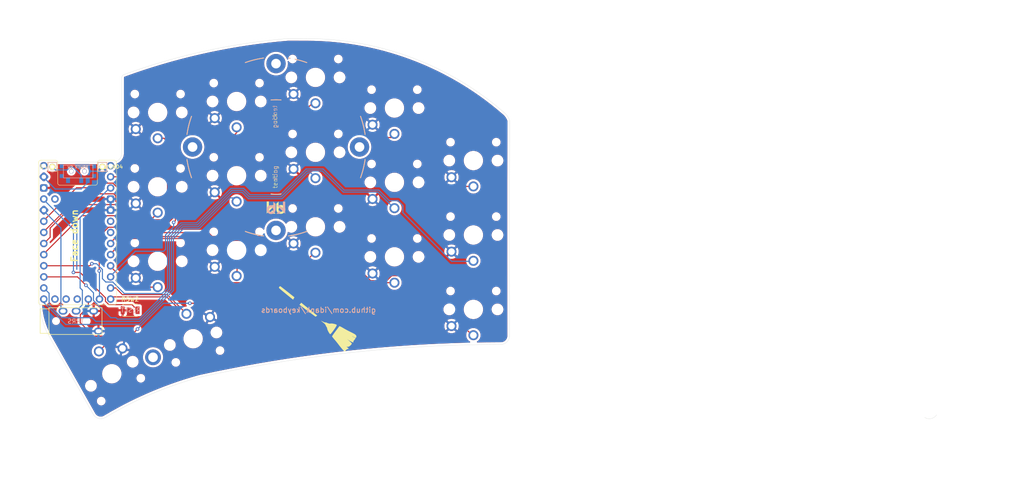
<source format=kicad_pcb>
(kicad_pcb (version 20211014) (generator pcbnew)
  (layers (0 "F.Cu" signal) (31 "B.Cu" signal) (34 "B.Paste" user) (35 "F.Paste" user) (36 "B.SilkS" user "B.Silkscreen") (37 "F.SilkS" user "F.Silkscreen") (38 "B.Mask" user) (39 "F.Mask" user) (44 "Edge.Cuts" user))
  (net 0 "")
  (net 1 "BT+")
  (net 2 "gnd")
  (net 3 "vcc")
  (net 6 "unconnected-(U2-Pad7)")
  (net 12 "Net-(SW_POWER1-Pad1)")
  (net 13 "raw")
  (net 14 "Switch18_r")
  (net 15 "reset_r")
  (net 16 "Switch9_r")
  (net 17 "Switch10_r")
  (net 18 "Switch11_r")
  (net 19 "Switch12_r")
  (net 20 "Switch13_r")
  (net 21 "Switch14_r")
  (net 22 "Switch15_r")
  (net 23 "Switch16_r")
  (net 24 "Switch17_r")
  (net 25 "Switch1_r")
  (net 26 "Switch2_r")
  (net 27 "Switch3_r")
  (net 28 "Switch4_r")
  (net 29 "Switch5_r")
  (net 30 "Switch6_r")
  (net 31 "Switch7_r")
  (net 32 "Switch8_r")
  (footprint "sea-picro:Sea-Picro_EXT_Through_Hole_Flipped" (layer "F.Cu") (at 30.35049 65.79)
    (fp_text reference "U2" hide)
    (fp_text value "ProMicro-kbd")
  )
  (footprint "Kailh:TRRS-PJ-320A" (layer "F.Cu") (at 23.876 86.052 90)
    (fp_text reference "J1")
    (fp_text value "AudioJack4dpb" hide)
  )
  (footprint "* duckyb-collection:choc-v1-with-millmax" (layer "F.Cu") (at 48.686 72.39)
    (fp_text reference "SW17_r1" hide)
    (fp_text value "SW_Push" hide)
  )
  (footprint "* duckyb-collection:choc-v1-with-millmax" (layer "F.Cu") (at 66.7 52.832)
    (fp_text reference "SW11_r1" hide)
    (fp_text value "SW_Push" hide)
  )
  (footprint "* duckyb-collection:choc-v1-with-millmax" (layer "F.Cu") (at 84.688 64.516)
    (fp_text reference "SW15_r1" hide)
    (fp_text value "SW_Push" hide)
  )
  (footprint "* duckyb-collection:choc-v1-with-millmax" (layer "F.Cu") (at 102.714 71.374)
    (fp_text reference "SW18_r1" hide)
    (fp_text value "SW_Push" hide)
  )
  (footprint "* duckyb-collection:choc-v1-with-millmax" (layer "F.Cu") (at 48.686 38.382)
    (fp_text reference "SW6_r1" hide)
    (fp_text value "SW_Push" hide)
  )
  (footprint "* duckyb-collection:choc-v1-with-millmax" (layer "F.Cu") (at 66.7 35.882)
    (fp_text reference "SW5_r1" hide)
    (fp_text value "SW_Push" hide)
  )
  (footprint "* duckyb-collection:choc-v1-with-millmax" (layer "F.Cu") (at 120.732 49.382)
    (fp_text reference "SW2_r1" hide)
    (fp_text value "SW_Push" hide)
  )
  (footprint "* duckyb-collection:choc-v1-with-millmax" (layer "F.Cu") (at 66.7 69.85)
    (fp_text reference "SW16_r1" hide)
    (fp_text value "SW_Push" hide)
  )
  (footprint "* duckyb-collection:choc-v1-with-millmax" (layer "F.Cu") (at 84.688 30.382)
    (fp_text reference "SW4_r1" hide)
    (fp_text value "SW_Push" hide)
  )
  (footprint "* duckyb-collection:choc-v1-with-millmax" (layer "F.Cu") (at 120.732 83.382)
    (fp_text reference "SW13_r1" hide)
    (fp_text value "SW_Push" hide)
  )
  (footprint "* duckyb-collection:choc-v1-with-millmax" (layer "F.Cu") (at 48.686 55.372)
    (fp_text reference "SW12_r1" hide)
    (fp_text value "SW_Push" hide)
  )
  (footprint "* duckyb-collection:choc-v1-with-millmax" (layer "F.Cu") (at 102.714 37.382)
    (fp_text reference "SW3_r1" hide)
    (fp_text value "SW_Push" hide)
  )
  (footprint "* duckyb-collection:choc-v1-with-millmax" (layer "F.Cu") (at 102.714 54.356)
    (fp_text reference "SW8_r1" hide)
    (fp_text value "SW_Push" hide)
  )
  (footprint "* duckyb-collection:choc-v1-with-millmax" (layer "F.Cu") (at 56.778 90.082 -165)
    (fp_text reference "SW21_r1" hide)
    (fp_text value "SW_Push" hide)
  )
  (footprint "Kailh:ferris_broom" (layer "F.Cu") (at 84.074 85.344 7)
    (fp_text reference "G***" hide)
    (fp_text value "LOGO" hide)
  )
  (footprint "* duckyb-collection:choc-v1-with-millmax" (layer "F.Cu") (at 84.688 47.498)
    (fp_text reference "SW9_r1" hide)
    (fp_text value "SW_Push" hide)
  )
  (footprint "* duckyb-collection:choc-v1-with-millmax" (layer "F.Cu") (at 38.218 98.082 -150)
    (fp_text reference "SW20_r1" hide)
    (fp_text value "SW_Push" hide)
  )
  (footprint "* duckyb-collection:choc-v1-with-millmax" (layer "F.Cu") (at 120.732 66.382)
    (fp_text reference "SW7_r1" hide)
    (fp_text value "SW_Push" hide)
  )
  (footprint "kbd:Tenting_Puck2" (layer "F.Cu") (at 75.692 46.282)
    (fp_text reference "REF**")
    (fp_text value "Tenting Puck")
  )
  (footprint "kbd:1pin_conn" (layer "F.Cu") (at 36.068 50.8)
    (fp_text reference "BatGND4")
    (fp_text value "MountingHole_Pad" hide)
  )
  (footprint "kbd:1pin_conn" (layer "F.Cu") (at 24.638 50.8)
    (fp_text reference "B+")
    (fp_text value "MountingHole_Pad" hide)
  )
  (footprint "Button_Switch_SMD:SW_SPST_B3U-1000P" (layer "F.Cu") (at 42.4 83.575)
    (fp_text reference "RSW2")
    (fp_text value "SW_Push")
  )
  (footprint "" (layer "F.Cu") (at 47.625 94.325)
    (fp_text reference "")
    (fp_text value "")
  )
  (footprint "Kailh:SPDT_C128955" (layer "B.Cu") (at 30.48 51.816 180)
    (fp_text reference "POWER SW")
    (fp_text value "SW_SPDT")
  )
  (gr_rect (start 27.178 50.419) (end 33.909 53.34) (layer "B.SilkS") (width 0.12) (fill none))
  (gr_arc (start 226.446 107.451265) (mid 225.204995 108.32098) (end 223.714 108.05) (layer "Edge.Cuts") (width 0.05))
  (gr_line (start 78.412223 21.502679) (end 82.613611 21.508139) (layer "Edge.Cuts") (width 0.05))
  (gr_line (start 21.792 50.442) (end 21.792 58.42) (layer "Edge.Cuts") (width 0.05))
  (gr_line (start 128.96 72.644) (end 128.975507 89.545022) (layer "Edge.Cuts") (width 0.05))
  (gr_arc (start 127.587 38.265) (mid 128.457071 39.160882) (end 129.013945 40.278702) (layer "Edge.Cuts") (width 0.05))
  (gr_arc (start 128.975507 89.545022) (mid 128.324689 90.873432) (end 126.936 91.383119) (layer "Edge.Cuts") (width 0.05))
  (gr_line (start 40.481999 47.763999) (end 40.481955 30.439419) (layer "Edge.Cuts") (width 0.05))
  (gr_line (start 21.792 66.548) (end 21.792 73.914) (layer "Edge.Cuts") (width 0.05))
  (gr_line (start 23.526696 88.85815) (end 34.034 107.451265) (layer "Edge.Cuts") (width 0.05))
  (gr_arc (start 40.481999 47.763999) (mid 39.859467 49.145717) (end 38.446998 49.694917) (layer "Edge.Cuts") (width 0.05))
  (gr_arc (start 40.91671 29.758889) (mid 59.388121 24.375764) (end 78.412223 21.502679) (layer "Edge.Cuts") (width 0.05))
  (gr_arc (start 58.294866 98.863946) (mid 92.415558 93.289555) (end 126.936 91.383119) (layer "Edge.Cuts") (width 0.05))
  (gr_arc (start 23.526696 88.85815) (mid 22.237087 85.295347) (end 21.78 81.534) (layer "Edge.Cuts") (width 0.05))
  (gr_arc (start 21.792 50.442) (mid 22.01167 49.91167) (end 22.542 49.692) (layer "Edge.Cuts") (width 0.05))
  (gr_line (start 38.446998 49.694917) (end 22.542 49.692) (layer "Edge.Cuts") (width 0.05))
  (gr_line (start 21.792 58.42) (end 21.792 66.548) (layer "Edge.Cuts") (width 0.05))
  (gr_arc (start 40.481955 30.439419) (mid 40.599921 30.035645) (end 40.91671 29.758889) (layer "Edge.Cuts") (width 0.05))
  (gr_arc (start 36.766 108.05) (mid 35.275005 108.32098) (end 34.034 107.451265) (layer "Edge.Cuts") (width 0.05))
  (gr_arc (start 82.613611 21.508139) (mid 106.610476 25.833455) (end 127.587 38.265) (layer "Edge.Cuts") (width 0.05))
  (gr_arc (start 36.766 108.05) (mid 47.217512 102.723597) (end 58.294866 98.863946) (layer "Edge.Cuts") (width 0.05))
  (gr_line (start 21.792 73.914) (end 21.78 81.534) (layer "Edge.Cuts") (width 0.05))
  (gr_line (start 128.96 53.848) (end 128.96 72.644) (layer "Edge.Cuts") (width 0.05))
  (gr_line (start 129.013945 40.278702) (end 128.96 53.848) (layer "Edge.Cuts") (width 0.05))
  (gr_text "github.com/idank/keyboards" (at 85.375 83.525) (layer "B.SilkS") (effects (font (size 1.2 1.2) (thickness 0.2)) (justify mirror)))
  (gr_text "Face down" (at 29.718 66.548 90) (layer "F.SilkS") (effects (font (size 1.5 1.5) (thickness 0.3))))
  (segment (start 25.360999 51.522999) (end 28.051999 51.522999) (width 0.25) (layer "B.Cu") (net 1))
  (segment (start 24.638 50.8) (end 25.360999 51.522999) (width 0.25) (layer "B.Cu") (net 1))
  (segment (start 29.046501 50.890501) (end 29.373499 50.890501) (width 0.25) (layer "B.Cu") (net 1))
  (segment (start 28.738499 50.836499) (end 28.992499 50.836499) (width 0.25) (layer "B.Cu") (net 1))
  (segment (start 31.23 52.747002) (end 31.23 53.891) (width 0.25) (layer "B.Cu") (net 1))
  (segment (start 28.051999 51.522999) (end 28.738499 50.836499) (width 0.25) (layer "B.Cu") (net 1))
  (segment (start 29.373499 50.890501) (end 31.23 52.747002) (width 0.25) (layer "B.Cu") (net 1))
  (segment (start 28.992499 50.836499) (end 29.046501 50.890501) (width 0.25) (layer "B.Cu") (net 1))
  (segment (start 40.40601 82.74601) (end 40.464 82.804) (width 0.25) (layer "F.Cu") (net 2))
  (segment (start 26.924 83.4) (end 27.076 83.552) (width 0.25) (layer "F.Cu") (net 3))
  (segment (start 27.076 83.752) (end 26.605 83.281) (width 0.25) (layer "B.Cu") (net 3))
  (segment (start 26.605 83.281) (end 26.605 64.7936) (width 0.25) (layer "B.Cu") (net 3))
  (segment (start 26.605 64.7936) (end 26.5907 64.7793) (width 0.25) (layer "B.Cu") (net 3))
  (segment (start 22.5174 60.706) (end 26.5907 64.7793) (width 0.25) (layer "B.Cu") (net 3))
  (segment (start 37.7374 65.786) (end 38.24171 66.29031) (width 0.25) (layer "F.Cu") (net 6))
  (segment (start 22.5174 53.086) (end 24.3397 54.9083) (width 0.25) (layer "B.Cu") (net 13))
  (segment (start 25.3114 55.88) (end 26.924 55.88) (width 0.25) (layer "B.Cu") (net 13))
  (segment (start 32.73 54.392) (end 32.73 53.891) (width 0.25) (layer "B.Cu") (net 13))
  (segment (start 31.242 55.88) (end 32.73 54.392) (width 0.25) (layer "B.Cu") (net 13))
  (segment (start 24.3397 54.9083) (end 25.3114 55.88) (width 0.25) (layer "B.Cu") (net 13))
  (segment (start 26.924 55.88) (end 31.242 55.88) (width 0.25) (layer "B.Cu") (net 13))
  (segment (start 30.988 62.3754) (end 30.988 78.486) (width 0.25) (layer "B.Cu") (net 14))
  (segment (start 37.7374 55.626) (end 30.988 62.3754) (width 0.25) (layer "B.Cu") (net 14))
  (segment (start 31.495 78.993) (end 31.495 82.333) (width 0.25) (layer "B.Cu") (net 14))
  (segment (start 31.495 82.333) (end 30.076 83.752) (width 0.25) (layer "B.Cu") (net 14))
  (segment (start 30.988 78.486) (end 31.495 78.993) (width 0.25) (layer "B.Cu") (net 14))
  (segment (start 37.544309 82.29601) (end 42.82101 82.29601) (width 0.25) (layer "F.Cu") (net 15))
  (segment (start 42.82101 82.29601) (end 44.1 83.575) (width 0.25) (layer "F.Cu") (net 15))
  (segment (start 29.464 74.93) (end 30.961701 74.93) (width 0.25) (layer "F.Cu") (net 15))
  (segment (start 36.765 80.733299) (end 36.765 81.516701) (width 0.25) (layer "F.Cu") (net 15))
  (segment (start 30.961701 74.93) (end 36.765 80.733299) (width 0.25) (layer "F.Cu") (net 15))
  (segment (start 36.765 81.516701) (end 37.544309 82.29601) (width 0.25) (layer "F.Cu") (net 15))
  (via (at 29.464 74.93) (size 0.8) (drill 0.4) (layers "F.Cu" "B.Cu") (net 15))
  (segment (start 29.464 65.1126) (end 29.464 74.93) (width 0.25) (layer "B.Cu") (net 15))
  (segment (start 22.5174 58.166) (end 29.464 65.1126) (width 0.25) (layer "B.Cu") (net 15))
  (segment (start 54.545018 64.96552) (end 52.278362 67.232176) (width 0.25) (layer "B.Cu") (net 16))
  (segment (start 58.097479 64.96552) (end 54.545018 64.96552) (width 0.25) (layer "B.Cu") (net 16))
  (segment (start 65.151 57.912) (end 58.097479 64.96552) (width 0.25) (layer "B.Cu") (net 16))
  (segment (start 34.462611 86.777001) (end 34.412611 86.827001) (width 0.25) (layer "B.Cu") (net 16))
  (segment (start 52.278362 67.232176) (end 52.278362 79.039638) (width 0.25) (layer "B.Cu") (net 16))
  (segment (start 52.278362 79.039638) (end 44.540999 86.777001) (width 0.25) (layer "B.Cu") (net 16))
  (segment (start 34.412611 86.827001) (end 27.710605 86.827001) (width 0.25) (layer "B.Cu") (net 16))
  (segment (start 66.702 58.732) (end 65.882 57.912) (width 0.25) (layer "B.Cu") (net 16))
  (segment (start 22.7 81.816396) (end 22.7 81.03) (width 0.25) (layer "B.Cu") (net 16))
  (segment (start 27.710605 86.827001) (end 22.7 81.816396) (width 0.25) (layer "B.Cu") (net 16))
  (segment (start 65.882 57.912) (end 65.151 57.912) (width 0.25) (layer "B.Cu") (net 16))
  (segment (start 44.540999 86.777001) (end 34.462611 86.777001) (width 0.25) (layer "B.Cu") (net 16))
  (segment (start 39.37 53.086) (end 37.9374 53.086) (width 0.25) (layer "F.Cu") (net 17))
  (segment (start 44.303638 62.46392) (end 40.015 58.175282) (width 0.25) (layer "F.Cu") (net 17))
  (segment (start 40.015 53.731) (end 39.37 53.086) (width 0.25) (layer "F.Cu") (net 17))
  (segment (start 47.57608 62.46392) (end 44.303638 62.46392) (width 0.25) (layer "F.Cu") (net 17))
  (segment (start 40.015 58.175282) (end 40.015 53.731) (width 0.25) (layer "F.Cu") (net 17))
  (segment (start 48.768 61.272) (end 47.57608 62.46392) (width 0.25) (layer "F.Cu") (net 17))
  (segment (start 72.415745 66.724301) (end 72.823123 66.724303) (width 0.25) (layer "F.Cu") (net 18))
  (segment (start 71.804301 66.724301) (end 72.415745 66.724301) (width 0.25) (layer "F.Cu") (net 18))
  (segment (start 72.415745 66.724301) (end 72.419047 66.720999) (width 0.25) (layer "F.Cu") (net 18))
  (segment (start 61.136301 66.724301) (end 71.804301 66.724301) (width 0.25) (layer "F.Cu") (net 18))
  (segment (start 60.2523 65.8403) (end 61.136301 66.724301) (width 0.25) (layer "F.Cu") (net 18))
  (segment (start 40.3317 65.8403) (end 60.2523 65.8403) (width 0.25) (layer "F.Cu") (net 18))
  (segment (start 40.3317 65.8403) (end 39.1064 64.615) (width 0.25) (layer "F.Cu") (net 18))
  (segment (start 87.884 70.358) (end 85.598 68.072) (width 0.25) (layer "F.Cu") (net 18))
  (segment (start 116.814833 82.016833) (end 116.103167 81.305167) (width 0.25) (layer "F.Cu") (net 18))
  (segment (start 116.103167 81.305167) (end 116.103167 81.254833) (width 0.25) (layer "F.Cu") (net 18))
  (segment (start 90.80641 70.358) (end 87.884 70.358) (width 0.25) (layer "F.Cu") (net 18))
  (segment (start 100.965169 76.82399) (end 97.281308 76.82399) (width 0.25) (layer "F.Cu") (net 18))
  (segment (start 116.103167 81.254833) (end 114.579167 81.254833) (width 0.25) (layer "F.Cu") (net 18))
  (segment (start 114.579167 81.254833) (end 112.318334 78.994) (width 0.25) (layer "F.Cu") (net 18))
  (segment (start 85.598 68.072) (end 84.074 68.072) (width 0.25) (layer "F.Cu") (net 18))
  (segment (start 102.097159 75.692) (end 100.965169 76.82399) (width 0.25) (layer "F.Cu") (net 18))
  (segment (start 81.534 70.612) (end 76.71082 70.612) (width 0.25) (layer "F.Cu") (net 18))
  (segment (start 116.814833 85.630833) (end 116.814833 82.016833) (width 0.25) (layer "F.Cu") (net 18))
  (segment (start 91.127659 70.670341) (end 91.118751 70.670341) (width 0.25) (layer "F.Cu") (net 18))
  (segment (start 84.074 68.072) (end 81.534 70.612) (width 0.25) (layer "F.Cu") (net 18))
  (segment (start 112.318334 78.994) (end 108.204 78.994) (width 0.25) (layer "F.Cu") (net 18))
  (segment (start 108.204 78.994) (end 104.902 75.692) (width 0.25) (layer "F.Cu") (net 18))
  (segment (start 120.65 89.466) (end 116.814833 85.630833) (width 0.25) (layer "F.Cu") (net 18))
  (segment (start 35.35 66.718299) (end 35.35 74.58) (width 0.25) (layer "F.Cu") (net 18))
  (segment (start 76.71082 70.612) (end 72.823121 66.724301) (width 0.25) (layer "F.Cu") (net 18))
  (segment (start 39.1064 64.615) (end 37.453299 64.615) (width 0.25) (layer "F.Cu") (net 18))
  (segment (start 37.453299 64.615) (end 35.35 66.718299) (width 0.25) (layer "F.Cu") (net 18))
  (segment (start 72.823121 66.724301) (end 71.804301 66.724301) (width 0.25) (layer "F.Cu") (net 18))
  (segment (start 97.281308 76.82399) (end 91.127659 70.670341) (width 0.25) (layer "F.Cu") (net 18))
  (segment (start 104.902 75.692) (end 102.097159 75.692) (width 0.25) (layer "F.Cu") (net 18))
  (segment (start 91.118751 70.670341) (end 90.80641 70.358) (width 0.25) (layer "F.Cu") (net 18))
  (via (at 35.35 74.58) (size 0.8) (drill 0.4) (layers "F.Cu" "B.Cu") (net 18))
  (segment (start 35.35 74.58) (end 35.4 74.63) (width 0.25) (layer "B.Cu") (net 18))
  (segment (start 35.4 74.63) (end 35.4 81.03) (width 0.25) (layer "B.Cu") (net 18))
  (segment (start 31.04 86.44) (end 31.04 84.57899) (width 0.25) (layer "F.Cu") (net 19))
  (segment (start 63.656 77.274) (end 59.11 81.82) (width 0.25) (layer "F.Cu") (net 19))
  (segment (start 32.36 81.53) (end 32.86 81.03) (width 0.25) (layer "F.Cu") (net 19))
  (segment (start 34.077 89.477) (end 31.04 86.44) (width 0.25) (layer "F.Cu") (net 19))
  (segment (start 42.477396 89.477) (end 34.077 89.477) (width 0.25) (layer "F.Cu") (net 19))
  (segment (start 58.95 81.98) (end 56.03 81.98) (width 0.25) (layer "F.Cu") (net 19))
  (segment (start 32.86 82.75899) (end 32.86 81.03) (width 0.25) (layer "F.Cu") (net 19))
  (segment (start 31.04 84.57899) (end 32.86 82.75899) (width 0.25) (layer "F.Cu") (net 19))
  (segment (start 44.074396 87.88) (end 42.477396 89.477) (width 0.25) (layer "F.Cu") (net 19))
  (segment (start 102.714 77.274) (end 63.656 77.274) (width 0.25) (layer "F.Cu") (net 19))
  (segment (start 59.11 81.82) (end 58.95 81.98) (width 0.25) (layer "F.Cu") (net 19))
  (via (at 56.03 81.98) (size 0.8) (drill 0.4) (layers "F.Cu" "B.Cu") (net 19))
  (via (at 44.074396 87.88) (size 0.8) (drill 0.4) (layers "F.Cu" "B.Cu") (net 19))
  (segment (start 56.03 81.98) (end 49.974396 81.98) (width 0.25) (layer "B.Cu") (net 19))
  (segment (start 49.974396 81.98) (end 44.074396 87.88) (width 0.25) (layer "B.Cu") (net 19))
  (segment (start 39.32308 66.74032) (end 59.771288 66.74032) (width 0.25) (layer "F.Cu") (net 20))
  (segment (start 72.450321 67.624321) (end 76.454 71.628) (width 0.25) (layer "F.Cu") (net 20))
  (segment (start 59.771288 66.74032) (end 60.645679 67.614711) (width 0.25) (layer "F.Cu") (net 20))
  (segment (start 60.645679 67.624321) (end 72.450321 67.624321) (width 0.25) (layer "F.Cu") (net 20))
  (segment (start 83.27 71.628) (end 84.736 70.162) (width 0.25) (layer "F.Cu") (net 20))
  (segment (start 60.645679 67.614711) (end 60.645679 67.624321) (width 0.25) (layer "F.Cu") (net 20))
  (segment (start 76.454 71.628) (end 83.27 71.628) (width 0.25) (layer "F.Cu") (net 20))
  (segment (start 37.7374 68.326) (end 39.32308 66.74032) (width 0.25) (layer "F.Cu") (net 20))
  (segment (start 39.37 68.326) (end 40.50567 67.19033) (width 0.25) (layer "F.Cu") (net 21))
  (segment (start 60.459279 68.074331) (end 63.756331 68.074331) (width 0.25) (layer "F.Cu") (net 21))
  (segment (start 37.7374 70.866) (end 39.37 69.2334) (width 0.25) (layer "F.Cu") (net 21))
  (segment (start 63.756331 68.074331) (end 64.160167 68.478167) (width 0.25) (layer "F.Cu") (net 21))
  (segment (start 39.37 69.2334) (end 39.37 68.326) (width 0.25) (layer "F.Cu") (net 21))
  (segment (start 40.50567 67.19033) (end 59.584888 67.19033) (width 0.25) (layer "F.Cu") (net 21))
  (segment (start 64.160167 71.221833) (end 66.802 73.863666) (width 0.25) (layer "F.Cu") (net 21))
  (segment (start 66.802 73.863666) (end 66.802 76.004) (width 0.25) (layer "F.Cu") (net 21))
  (segment (start 59.584888 67.19033) (end 59.584888 67.19994) (width 0.25) (layer "F.Cu") (net 21))
  (segment (start 59.584888 67.19994) (end 60.459279 68.074331) (width 0.25) (layer "F.Cu") (net 21))
  (segment (start 64.160167 68.478167) (end 64.160167 71.221833) (width 0.25) (layer "F.Cu") (net 21))
  (segment (start 37.7374 73.406) (end 42.6214 78.29) (width 0.25) (layer "F.Cu") (net 22))
  (segment (start 42.6214 78.29) (end 48.686 78.29) (width 0.25) (layer "F.Cu") (net 22))
  (segment (start 40.64 80.01) (end 50.87793 80.01) (width 0.25) (layer "F.Cu") (net 23))
  (segment (start 50.87793 80.01) (end 51.38593 80.518) (width 0.25) (layer "F.Cu") (net 23))
  (segment (start 39.116 78.486) (end 40.64 80.01) (width 0.25) (layer "F.Cu") (net 23))
  (segment (start 37.7374 78.486) (end 39.116 78.486) (width 0.25) (layer "F.Cu") (net 23))
  (segment (start 51.38593 80.518) (end 55.250968 84.383038) (width 0.25) (layer "F.Cu") (net 23))
  (segment (start 53.086 82.85448) (end 50.74952 80.518) (width 0.25) (layer "F.Cu") (net 24))
  (segment (start 37.68945 90.551) (end 47.371 90.551) (width 0.25) (layer "F.Cu") (net 24))
  (segment (start 35.268 92.97245) (end 37.68945 90.551) (width 0.25) (layer "F.Cu") (net 24))
  (segment (start 38.2454 80.518) (end 37.7374 81.026) (width 0.25) (layer "F.Cu") (net 24))
  (segment (start 47.371 90.551) (end 53.086 84.836) (width 0.25) (layer "F.Cu") (net 24))
  (segment (start 50.74952 80.518) (end 38.2454 80.518) (width 0.25) (layer "F.Cu") (net 24))
  (segment (start 53.086 84.836) (end 53.086 82.85448) (width 0.25) (layer "F.Cu") (net 24))
  (segment (start 52.71602 44.81998) (end 52.71602 63.10798) (width 0.25) (layer "F.Cu") (net 25))
  (segment (start 96.97001 43.37601) (end 92.14401 43.37601) (width 0.25) (layer "F.Cu") (net 25))
  (segment (start 67.52555 44.86945) (end 59.98104 44.86945) (width 0.25) (layer "F.Cu") (net 25))
  (segment (start 52.71602 63.10798) (end 52.324 63.5) (width 0.25) (layer "F.Cu") (net 25))
  (segment (start 73.665934 38.729066) (end 67.52555 44.86945) (width 0.25) (layer "F.Cu") (net 25))
  (segment (start 106.168964 52.574964) (end 96.97001 43.37601) (width 0.25) (layer "F.Cu") (net 25))
  (segment (start 87.497066 38.729066) (end 73.665934 38.729066) (width 0.25) (layer "F.Cu") (net 25))
  (segment (start 59.98104 44.86945) (end 58.54559 43.434) (width 0.25) (layer "F.Cu") (net 25))
  (segment (start 120.732 55.282) (end 112.686 55.282) (width 0.25) (layer "F.Cu") (net 25))
  (segment (start 112.686 55.282) (end 109.978964 52.574964) (width 0.25) (layer "F.Cu") (net 25))
  (segment (start 58.54559 43.434) (end 54.102 43.434) (width 0.25) (layer "F.Cu") (net 25))
  (segment (start 109.978964 52.574964) (end 106.168964 52.574964) (width 0.25) (layer "F.Cu") (net 25))
  (segment (start 54.102 43.434) (end 52.71602 44.81998) (width 0.25) (layer "F.Cu") (net 25))
  (segment (start 92.14401 43.37601) (end 87.497066 38.729066) (width 0.25) (layer "F.Cu") (net 25))
  (via (at 52.324 63.5) (size 0.8) (drill 0.4) (layers "F.Cu" "B.Cu") (net 25))
  (segment (start 50.478324 69.663676) (end 50.478324 66.361676) (width 0.25) (layer "B.Cu") (net 25))
  (segment (start 43.688 70.104) (end 50.038 70.104) (width 0.25) (layer "B.Cu") (net 25))
  (segment (start 50.038 70.104) (end 50.478324 69.663676) (width 0.25) (layer "B.Cu") (net 25))
  (segment (start 52.324 64.516) (end 52.324 63.5) (width 0.25) (layer "B.Cu") (net 25))
  (segment (start 41.6017 72.0817) (end 37.7374 75.946) (width 0.25) (layer "B.Cu") (net 25))
  (segment (start 50.478324 66.361676) (end 52.324 64.516) (width 0.25) (layer "B.Cu") (net 25))
  (segment (start 43.5794 70.104) (end 41.6017 72.0817) (width 0.25) (layer "B.Cu") (net 25))
  (segment (start 43.688 70.104) (end 43.5794 70.104) (width 0.25) (layer "B.Cu") (net 25))
  (segment (start 22.5174 70.866) (end 31.4074 61.976) (width 0.25) (layer "F.Cu") (net 26))
  (segment (start 52.26601 44.51081) (end 53.85082 42.926) (width 0.25) (layer "F.Cu") (net 26))
  (segment (start 50.419 64.262) (end 52.26601 62.41499) (width 0.25) (layer "F.Cu") (net 26))
  (segment (start 53.85082 42.926) (end 58.674 42.926) (width 0.25) (layer "F.Cu") (net 26))
  (segment (start 52.26601 62.41499) (end 52.26601 44.51081) (width 0.25) (layer "F.Cu") (net 26))
  (segment (start 101.877699 44.118301) (end 102.714 43.282) (width 0.25) (layer "F.Cu") (net 26))
  (segment (start 58.674 42.926) (end 60.167442 44.419442) (width 0.25) (layer "F.Cu") (net 26))
  (segment (start 43.307 64.262) (end 50.419 64.262) (width 0.25) (layer "F.Cu") (net 26))
  (segment (start 31.4074 61.976) (end 41.021 61.976) (width 0.25) (layer "F.Cu") (net 26))
  (segment (start 73.479736 38.279546) (end 87.809546 38.279546) (width 0.25) (layer "F.Cu") (net 26))
  (segment (start 60.167442 44.419442) (end 67.33984 44.419442) (width 0.25) (layer "F.Cu") (net 26))
  (segment (start 98.474301 44.118301) (end 101.877699 44.118301) (width 0.25) (layer "F.Cu") (net 26))
  (segment (start 92.456 42.926) (end 97.282 42.926) (width 0.25) (layer "F.Cu") (net 26))
  (segment (start 87.809546 38.279546) (end 92.456 42.926) (width 0.25) (layer "F.Cu") (net 26))
  (segment (start 41.021 61.976) (end 43.307 64.262) (width 0.25) (layer "F.Cu") (net 26))
  (segment (start 97.282 42.926) (end 98.474301 44.118301) (width 0.25) (layer "F.Cu") (net 26))
  (segment (start 67.33984 44.419442) (end 73.479736 38.279546) (width 0.25) (layer "F.Cu") (net 26))
  (segment (start 50.165 63.81248) (end 51.816 62.16148) (width 0.25) (layer "F.Cu") (net 27))
  (segment (start 73.294028 37.829536) (end 82.439464 37.829536) (width 0.25) (layer "F.Cu") (net 27))
  (segment (start 24.149905 66.893495) (end 24.149905 64.789905) (width 0.25) (layer "F.Cu") (net 27))
  (segment (start 82.439464 37.829536) (end 83.987 36.282) (width 0.25) (layer "F.Cu") (net 27))
  (segment (start 39.243 59.436) (end 43.61948 63.81248) (width 0.25) (layer "F.Cu") (net 27))
  (segment (start 51.816 62.16148) (end 51.816 44.32441) (width 0.25) (layer "F.Cu") (net 27))
  (segment (start 60.353842 43.969432) (end 67.154132 43.969432) (width 0.25) (layer "F.Cu") (net 27))
  (segment (start 53.66442 42.47599) (end 58.8604 42.47599) (width 0.25) (layer "F.Cu") (net 27))
  (segment (start 29.50381 59.436) (end 39.243 59.436) (width 0.25) (layer "F.Cu") (net 27))
  (segment (start 24.149905 64.789905) (end 29.50381 59.436) (width 0.25) (layer "F.Cu") (net 27))
  (segment (start 83.987 36.282) (end 84.688 36.282) (width 0.25) (layer "F.Cu") (net 27))
  (segment (start 43.61948 63.81248) (end 50.165 63.81248) (width 0.25) (layer "F.Cu") (net 27))
  (segment (start 67.154132 43.969432) (end 73.294028 37.829536) (width 0.25) (layer "F.Cu") (net 27))
  (segment (start 51.816 44.32441) (end 53.66442 42.47599) (width 0.25) (layer "F.Cu") (net 27))
  (segment (start 22.7174 68.326) (end 24.149905 66.893495) (width 0.25) (layer "F.Cu") (net 27))
  (segment (start 58.8604 42.47599) (end 60.353842 43.969432) (width 0.25) (layer "F.Cu") (net 27))
  (segment (start 60.540244 43.519424) (end 59.0468 42.02598) (width 0.25) (layer "F.Cu") (net 28))
  (segment (start 51.365991 44.138009) (end 51.36599 46.67801) (width 0.25) (layer "F.Cu") (net 28))
  (segment (start 66.7 43.028) (end 66.208576 43.519424) (width 0.25) (layer "F.Cu") (net 28))
  (segment (start 22.7 65.603414) (end 22.7 65.79) (width 0.25) (layer "F.Cu") (net 28))
  (segment (start 31.323414 56.98) (end 22.7 65.603414) (width 0.25) (layer "F.Cu") (net 28))
  (segment (start 51.36599 46.67801) (end 51.36648 46.6785) (width 0.25) (layer "F.Cu") (net 28))
  (segment (start 49.978802 63.36296) (end 43.805678 63.36296) (width 0.25) (layer "F.Cu") (net 28))
  (segment (start 43.805678 63.36296) (end 39.115 58.672282) (width 0.25) (layer "F.Cu") (net 28))
  (segment (start 39.115 57.43434) (end 38.66066 56.98) (width 0.25) (layer "F.Cu") (net 28))
  (segment (start 39.115 58.672282) (end 39.115 57.43434) (width 0.25) (layer "F.Cu") (net 28))
  (segment (start 53.47802 42.02598) (end 51.365991 44.138009) (width 0.25) (layer "F.Cu") (net 28))
  (segment (start 38.66066 56.98) (end 31.323414 56.98) (width 0.25) (layer "F.Cu") (net 28))
  (segment (start 51.36648 61.975282) (end 49.978802 63.36296) (width 0.25) (layer "F.Cu") (net 28))
  (segment (start 66.7 41.782) (end 66.7 43.028) (width 0.25) (layer "F.Cu") (net 28))
  (segment (start 51.36648 46.6785) (end 51.36648 61.975282) (width 0.25) (layer "F.Cu") (net 28))
  (segment (start 59.0468 42.02598) (end 53.47802 42.02598) (width 0.25) (layer "F.Cu") (net 28))
  (segment (start 66.208576 43.519424) (end 60.540244 43.519424) (width 0.25) (layer "F.Cu") (net 28))
  (segment (start 50.124 44.282) (end 50.916471 45.074471) (width 0.25) (layer "F.Cu") (net 29))
  (segment (start 34.8423 55.5817) (end 30.1817 55.5817) (width 0.25) (layer "F.Cu") (net 29))
  (segment (start 44.11744 62.91344) (end 39.565 58.361) (width 0.25) (layer "F.Cu") (net 29))
  (segment (start 30.1817 55.5817) (end 22.5174 63.246) (width 0.25) (layer "F.Cu") (net 29))
  (segment (start 48.686 44.282) (end 50.124 44.282) (width 0.25) (layer "F.Cu") (net 29))
  (segment (start 50.91696 61.789084) (end 49.792604 62.91344) (width 0.25) (layer "F.Cu") (net 29))
  (segment (start 50.91696 46.864697) (end 50.91696 61.789084) (width 0.25) (layer "F.Cu") (net 29))
  (segment (start 50.91647 46.864207) (end 50.91696 46.864697) (width 0.25) (layer "F.Cu") (net 29))
  (segment (start 35.885001 54.538999) (end 34.8423 55.5817) (width 0.25) (layer "F.Cu") (net 29))
  (segment (start 49.792604 62.91344) (end 44.11744 62.91344) (width 0.25) (layer "F.Cu") (net 29))
  (segment (start 38.459161 54.538999) (end 35.885001 54.538999) (width 0.25) (layer "F.Cu") (net 29))
  (segment (start 50.916471 45.074471) (end 50.91647 46.864207) (width 0.25) (layer "F.Cu") (net 29))
  (segment (start 39.565 55.644838) (end 38.459161 54.538999) (width 0.25) (layer "F.Cu") (net 29))
  (segment (start 39.565 58.361) (end 39.565 55.644838) (width 0.25) (layer "F.Cu") (net 29))
  (segment (start 33.19 73.41) (end 22.7 73.41) (width 0.25) (layer "F.Cu") (net 30))
  (segment (start 33.66 72.94) (end 33.19 73.41) (width 0.25) (layer "F.Cu") (net 30))
  (via (at 33.66 72.94) (size 0.8) (drill 0.4) (layers "F.Cu" "B.Cu") (net 30))
  (segment (start 101.54341 58.547) (end 99.13041 56.134) (width 0.25) (layer "B.Cu") (net 30))
  (segment (start 36.075 74.279695) (end 34.735305 72.94) (width 0.25) (layer "B.Cu") (net 30))
  (segment (start 50.928334 78.482512) (end 49.654846 79.756) (width 0.25) (layer "B.Cu") (net 30))
  (segment (start 115.765318 72.39) (end 104.618659 61.243341) (width 0.25) (layer "B.Cu") (net 30))
  (segment (start 69.761299 57.188299) (end 68.326 55.753) (width 0.25) (layer "B.Cu") (net 30))
  (segment (start 36.835 77.125) (end 36.075 76.365) (width 0.25) (layer "B.Cu") (net 30))
  (segment (start 34.735305 72.94) (end 33.66 72.94) (width 0.25) (layer "B.Cu") (net 30))
  (segment (start 104.648 59.69) (end 103.505 58.547) (width 0.25) (layer "B.Cu") (net 30))
  (segment (start 120.65 72.39) (end 115.765318 72.39) (width 0.25) (layer "B.Cu") (net 30))
  (segment (start 104.648 61.214) (end 104.648 59.69) (width 0.25) (layer "B.Cu") (net 30))
  (segment (start 57.538886 63.61696) (end 53.98504 63.61696) (width 0.25) (layer "B.Cu") (net 30))
  (segment (start 82.55 51.308) (end 76.669701 57.188299) (width 0.25) (layer "B.Cu") (net 30))
  (segment (start 68.326 55.753) (end 65.402846 55.753) (width 0.25) (layer "B.Cu") (net 30))
  (segment (start 65.402846 55.753) (end 57.538886 63.61696) (width 0.25) (layer "B.Cu") (net 30))
  (segment (start 91.250205 56.134) (end 86.424205 51.308) (width 0.25) (layer "B.Cu") (net 30))
  (segment (start 86.424205 51.308) (end 82.55 51.308) (width 0.25) (layer "B.Cu") (net 30))
  (segment (start 38.426701 77.125) (end 36.835 77.125) (width 0.25) (layer "B.Cu") (net 30))
  (segment (start 104.618659 61.243341) (end 104.648 61.214) (width 0.25) (layer "B.Cu") (net 30))
  (segment (start 53.98504 63.61696) (end 50.928334 66.673666) (width 0.25) (layer "B.Cu") (net 30))
  (segment (start 49.654846 79.756) (end 41.057701 79.756) (width 0.25) (layer "B.Cu") (net 30))
  (segment (start 99.13041 56.134) (end 91.250205 56.134) (width 0.25) (layer "B.Cu") (net 30))
  (segment (start 50.928334 66.673666) (end 50.928334 78.482512) (width 0.25) (layer "B.Cu") (net 30))
  (segment (start 41.057701 79.756) (end 38.426701 77.125) (width 0.25) (layer "B.Cu") (net 30))
  (segment (start 103.505 58.547) (end 101.54341 58.547) (width 0.25) (layer "B.Cu") (net 30))
  (segment (start 36.075 76.365) (end 36.075 74.279695) (width 0.25) (layer "B.Cu") (net 30))
  (segment (start 76.669701 57.188299) (end 69.761299 57.188299) (width 0.25) (layer "B.Cu") (net 30))
  (segment (start 32.31 77.87) (end 30.39 75.95) (width 0.25) (layer "F.Cu") (net 31))
  (segment (start 30.39 75.95) (end 22.7 75.95) (width 0.25) (layer "F.Cu") (net 31))
  (via (at 32.31 77.87) (size 0.8) (drill 0.4) (layers "F.Cu" "B.Cu") (net 31))
  (segment (start 91.064007 56.58352) (end 86.238007 51.75752) (width 0.25) (layer "B.Cu") (net 31))
  (segment (start 44.448564 85.598) (end 51.378343 78.668221) (width 0.25) (layer "B.Cu") (net 31))
  (segment (start 65.589044 56.20252) (end 68.139802 56.20252) (width 0.25) (layer "B.Cu") (net 31))
  (segment (start 102.616 60.256) (end 98.94352 56.58352) (width 0.25) (layer "B.Cu") (net 31))
  (segment (start 39.17399 85.2764) (end 37.984699 85.2764) (width 0.25) (layer "B.Cu") (net 31))
  (segment (start 82.73689 51.75752) (end 77.09041 57.404) (width 0.25) (layer "B.Cu") (net 31))
  (segment (start 69.575591 57.638309) (end 76.856101 57.638309) (width 0.25) (layer "B.Cu") (net 31))
  (segment (start 98.94352 56.58352) (end 91.064007 56.58352) (width 0.25) (layer "B.Cu") (net 31))
  (segment (start 39.49559 85.598) (end 44.448564 85.598) (width 0.25) (layer "B.Cu") (net 31))
  (segment (start 34.035 79.595) (end 32.31 77.87) (width 0.25) (layer "B.Cu") (net 31))
  (segment (start 86.238007 51.75752) (end 82.73689 51.75752) (width 0.25) (layer "B.Cu") (net 31))
  (segment (start 57.725084 64.06648) (end 65.589044 56.20252) (width 0.25) (layer "B.Cu") (net 31))
  (segment (start 37.984699 85.2764) (end 34.035 81.326701) (width 0.25) (layer "B.Cu") (net 31))
  (segment (start 39.17399 85.2764) (end 39.49559 85.598) (width 0.25) (layer "B.Cu") (net 31))
  (segment (start 51.378343 66.860067) (end 54.17193 64.06648) (width 0.25) (layer "B.Cu") (net 31))
  (segment (start 51.378343 78.668221) (end 51.378343 66.860067) (width 0.25) (layer "B.Cu") (net 31))
  (segment (start 34.035 81.326701) (end 34.035 79.595) (width 0.25) (layer "B.Cu") (net 31))
  (segment (start 68.139802 56.20252) (end 69.575591 57.638309) (width 0.25) (layer "B.Cu") (net 31))
  (segment (start 54.17193 64.06648) (end 57.725084 64.06648) (width 0.25) (layer "B.Cu") (net 31))
  (segment (start 76.856101 57.638309) (end 77.280205 57.214205) (width 0.25) (layer "B.Cu") (net 31))
  (segment (start 83.64504 52.20704) (end 82.92378 52.20704) (width 0.25) (layer "B.Cu") (net 32))
  (segment (start 51.828352 67.046468) (end 51.828352 78.85393) (width 0.25) (layer "B.Cu") (net 32))
  (segment (start 26.796999 85.276999) (end 23.9 82.38) (width 0.25) (layer "B.Cu") (net 32))
  (segment (start 51.828352 78.85393) (end 44.576283 86.105999) (width 0.25) (layer "B.Cu") (net 32))
  (segment (start 82.92378 52.20704) (end 77.042501 58.088319) (width 0.25) (layer "B.Cu") (net 32))
  (segment (start 23.9 79.69) (end 22.7 78.49) (width 0.25) (layer "B.Cu") (net 32))
  (segment (start 54.35882 64.516) (end 51.828352 67.046468) (width 0.25) (layer "B.Cu") (net 32))
  (segment (start 34.544001 86.105999) (end 33.715001 85.276999) (width 0.25) (layer "B.Cu") (net 32))
  (segment (start 44.576283 86.105999) (end 34.544001 86.105999) (width 0.25) (layer "B.Cu") (net 32))
  (segment (start 23.9 82.38) (end 23.9 79.69) (width 0.25) (layer "B.Cu") (net 32))
  (segment (start 77.042501 58.088319) (end 69.389883 58.088319) (width 0.25) (layer "B.Cu") (net 32))
  (segment (start 67.953604 56.65204) (end 65.775242 56.65204) (width 0.25) (layer "B.Cu") (net 32))
  (segment (start 84.836 53.398) (end 83.64504 52.20704) (width 0.25) (layer "B.Cu") (net 32))
  (segment (start 33.715001 85.276999) (end 26.796999 85.276999) (width 0.25) (layer "B.Cu") (net 32))
  (segment (start 65.775242 56.65204) (end 57.911282 64.516) (width 0.25) (layer "B.Cu") (net 32))
  (segment (start 57.911282 64.516) (end 54.35882 64.516) (width 0.25) (layer "B.Cu") (net 32))
  (segment (start 69.389883 58.088319) (end 67.953604 56.65204) (width 0.25) (layer "B.Cu") (net 32))
  (zone (net 2) (net_name "gnd") (layer "F.Cu") (connect_pads (clearance 0.508)) (min_thickness 0.254) (fill yes (thermal_gap 0.508) (thermal_bridge_width 0.508))
    (polygon (pts (xy 15.24 15.24) (xy 243.84 15.24) (xy 243.84 119.38) (xy 15.24 119.38)))
  )
  (zone (net 2) (net_name "gnd") (layer "B.Cu") (connect_pads (clearance 0.508)) (min_thickness 0.254) (fill yes (thermal_gap 0.508) (thermal_bridge_width 0.508))
    (polygon (pts (xy 12.7 12.7) (xy 246.38 12.7) (xy 246.38 121.92) (xy 12.7 121.92)))
  )
)
</source>
